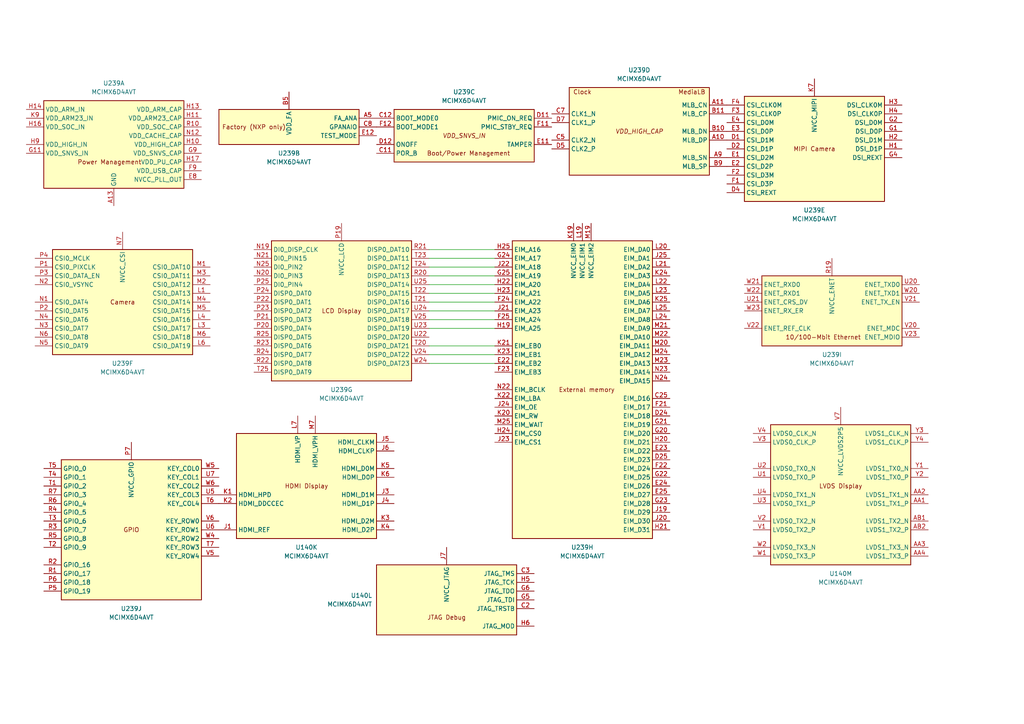
<source format=kicad_sch>
(kicad_sch (version 20250114) (generator "eeschema") (generator_version "9.0")
  (paper "A4")
  (wire (pts (xy 143.51 87.63) (xy 124.46 87.63)))
  (wire (pts (xy 143.51 82.55) (xy 124.46 82.55)))
  (wire (pts (xy 143.51 100.33) (xy 124.46 100.33)))
  (wire (pts (xy 143.51 92.71) (xy 124.46 92.71)))
  (wire (pts (xy 143.51 90.17) (xy 124.46 90.17)))
  (wire (pts (xy 143.51 74.93) (xy 124.46 74.93)))
  (wire (pts (xy 143.51 95.25) (xy 124.46 95.25)))
  (wire (pts (xy 143.51 80.01) (xy 124.46 80.01)))
  (wire (pts (xy 143.51 72.39) (xy 124.46 72.39)))
  (wire (pts (xy 143.51 105.41) (xy 124.46 105.41)))
  (wire (pts (xy 143.51 77.47) (xy 124.46 77.47)))
  (wire (pts (xy 143.51 102.87) (xy 124.46 102.87)))
  (wire (pts (xy 143.51 85.09) (xy 124.46 85.09)))
  (symbol (lib_id "CPU_NXP_IMX:MCIMX6D4AVT") (at 185.42 38.1 0) (unit 4)
    (property "Reference" "U239" (at 185.42 20.32 0))
    (property "Value" "MCIMX6D4AVT" (at 185.42 22.86 0))
    (property "Footprint" "Package_BGA:BGA-624_21x21mm_Layout25x25_P0.8mm" (effects (hide yes)))
    (property "Datasheet" "https://www.nxp.com/docs/en/data-sheet/IMX6DQAEC.pdf" (effects (hide yes)))
    (property "Description" "i.MX 6Dual Automotive and Infotainment Application Processor, BGA-624" (effects (hide yes)))
  )
  (symbol (lib_id "CPU_NXP_IMX:MCIMX6D4AVT") (at 99.06 90.17 0) (unit 7)
    (property "Reference" "U239" (at 99.06 113.03 0))
    (property "Value" "MCIMX6D4AVT" (at 99.06 115.57 0))
    (property "Footprint" "Package_BGA:BGA-624_21x21mm_Layout25x25_P0.8mm" (effects (hide yes)))
    (property "Datasheet" "https://www.nxp.com/docs/en/data-sheet/IMX6DQAEC.pdf" (effects (hide yes)))
    (property "Description" "i.MX 6Dual Automotive and Infotainment Application Processor, BGA-624" (effects (hide yes)))
  )
  (symbol (lib_id "CPU_NXP_IMX:MCIMX6D4AVT") (at 83.82 36.83 0) (unit 2)
    (property "Reference" "U239" (at 83.82 44.45 0))
    (property "Value" "MCIMX6D4AVT" (at 83.82 46.99 0))
    (property "Footprint" "Package_BGA:BGA-624_21x21mm_Layout25x25_P0.8mm" (effects (hide yes)))
    (property "Datasheet" "https://www.nxp.com/docs/en/data-sheet/IMX6DQAEC.pdf" (effects (hide yes)))
    (property "Description" "i.MX 6Dual Automotive and Infotainment Application Processor, BGA-624" (effects (hide yes)))
  )
  (symbol (lib_id "CPU_NXP_IMX:MCIMX6D4AVT") (at 243.84 143.51 0) (unit 13)
    (property "Reference" "U140" (at 243.84 166.37 0))
    (property "Value" "MCIMX6D4AVT" (at 243.84 168.91 0))
    (property "Footprint" "Package_BGA:BGA-624_21x21mm_Layout25x25_P0.8mm" (effects (hide yes)))
    (property "Datasheet" "https://www.nxp.com/docs/en/data-sheet/IMX6DQAEC.pdf" (effects (hide yes)))
    (property "Description" "i.MX 6Dual Automotive and Infotainment Application Processor, BGA-624" (effects (hide yes)))
  )
  (symbol (lib_id "CPU_NXP_IMX:MCIMX6D4AVT") (at 134.62 39.37 0) (unit 3)
    (property "Reference" "U239" (at 134.62 26.67 0))
    (property "Value" "MCIMX6D4AVT" (at 134.62 29.21 0))
    (property "Footprint" "Package_BGA:BGA-624_21x21mm_Layout25x25_P0.8mm" (effects (hide yes)))
    (property "Datasheet" "https://www.nxp.com/docs/en/data-sheet/IMX6DQAEC.pdf" (effects (hide yes)))
    (property "Description" "i.MX 6Dual Automotive and Infotainment Application Processor, BGA-624" (effects (hide yes)))
  )
  (symbol (lib_id "CPU_NXP_IMX:MCIMX6D4AVT") (at 88.9 140.97 0) (unit 11)
    (property "Reference" "U140" (at 88.9 158.75 0))
    (property "Value" "MCIMX6D4AVT" (at 88.9 161.29 0))
    (property "Footprint" "Package_BGA:BGA-624_21x21mm_Layout25x25_P0.8mm" (effects (hide yes)))
    (property "Datasheet" "https://www.nxp.com/docs/en/data-sheet/IMX6DQAEC.pdf" (effects (hide yes)))
    (property "Description" "i.MX 6Dual Automotive and Infotainment Application Processor, BGA-624" (effects (hide yes)))
  )
  (symbol (lib_id "CPU_NXP_IMX:MCIMX6D4AVT") (at 168.91 113.03 0) (unit 8)
    (property "Reference" "U239" (at 168.91 158.75 0))
    (property "Value" "MCIMX6D4AVT" (at 168.91 161.29 0))
    (property "Footprint" "Package_BGA:BGA-624_21x21mm_Layout25x25_P0.8mm" (effects (hide yes)))
    (property "Datasheet" "https://www.nxp.com/docs/en/data-sheet/IMX6DQAEC.pdf" (effects (hide yes)))
    (property "Description" "i.MX 6Dual Automotive and Infotainment Application Processor, BGA-624" (effects (hide yes)))
  )
  (symbol (lib_id "CPU_NXP_IMX:MCIMX6D4AVT") (at 33.02 41.91 0) (unit 1)
    (property "Reference" "U239" (at 33.02 24.13 0))
    (property "Value" "MCIMX6D4AVT" (at 33.02 26.67 0))
    (property "Footprint" "Package_BGA:BGA-624_21x21mm_Layout25x25_P0.8mm" (effects (hide yes)))
    (property "Datasheet" "https://www.nxp.com/docs/en/data-sheet/IMX6DQAEC.pdf" (effects (hide yes)))
    (property "Description" "i.MX 6Dual Automotive and Infotainment Application Processor, BGA-624" (effects (hide yes)))
  )
  (symbol (lib_id "CPU_NXP_IMX:MCIMX6D4AVT") (at 35.56 87.63 0) (unit 6)
    (property "Reference" "U239" (at 35.56 105.41 0))
    (property "Value" "MCIMX6D4AVT" (at 35.56 107.95 0))
    (property "Footprint" "Package_BGA:BGA-624_21x21mm_Layout25x25_P0.8mm" (effects (hide yes)))
    (property "Datasheet" "https://www.nxp.com/docs/en/data-sheet/IMX6DQAEC.pdf" (effects (hide yes)))
    (property "Description" "i.MX 6Dual Automotive and Infotainment Application Processor, BGA-624" (effects (hide yes)))
  )
  (symbol (lib_id "CPU_NXP_IMX:MCIMX6D4AVT") (at 38.1 153.67 0) (unit 10)
    (property "Reference" "U239" (at 38.1 176.53 0))
    (property "Value" "MCIMX6D4AVT" (at 38.1 179.07 0))
    (property "Footprint" "Package_BGA:BGA-624_21x21mm_Layout25x25_P0.8mm" (effects (hide yes)))
    (property "Datasheet" "https://www.nxp.com/docs/en/data-sheet/IMX6DQAEC.pdf" (effects (hide yes)))
    (property "Description" "i.MX 6Dual Automotive and Infotainment Application Processor, BGA-624" (effects (hide yes)))
  )
  (symbol (lib_id "CPU_NXP_IMX:MCIMX6D4AVT") (at 236.22 43.18 0) (unit 5)
    (property "Reference" "U239" (at 236.22 60.96 0))
    (property "Value" "MCIMX6D4AVT" (at 236.22 63.5 0))
    (property "Footprint" "Package_BGA:BGA-624_21x21mm_Layout25x25_P0.8mm" (effects (hide yes)))
    (property "Datasheet" "https://www.nxp.com/docs/en/data-sheet/IMX6DQAEC.pdf" (effects (hide yes)))
    (property "Description" "i.MX 6Dual Automotive and Infotainment Application Processor, BGA-624" (effects (hide yes)))
  )
  (symbol (lib_id "CPU_NXP_IMX:MCIMX6D4AVT") (at 129.54 173.99 0) (unit 12)
    (property "Reference" "U140" (at 107.95 172.7199 0) (effects (justify right)))
    (property "Value" "MCIMX6D4AVT" (at 107.95 175.2599 0) (effects (justify right)))
    (property "Footprint" "Package_BGA:BGA-624_21x21mm_Layout25x25_P0.8mm" (effects (hide yes)))
    (property "Datasheet" "https://www.nxp.com/docs/en/data-sheet/IMX6DQAEC.pdf" (effects (hide yes)))
    (property "Description" "i.MX 6Dual Automotive and Infotainment Application Processor, BGA-624" (effects (hide yes)))
  )
  (symbol (lib_id "CPU_NXP_IMX:MCIMX6D4AVT") (at 241.3 90.17 0) (unit 9)
    (property "Reference" "U239" (at 241.3 102.87 0))
    (property "Value" "MCIMX6D4AVT" (at 241.3 105.41 0))
    (property "Footprint" "Package_BGA:BGA-624_21x21mm_Layout25x25_P0.8mm" (effects (hide yes)))
    (property "Datasheet" "https://www.nxp.com/docs/en/data-sheet/IMX6DQAEC.pdf" (effects (hide yes)))
    (property "Description" "i.MX 6Dual Automotive and Infotainment Application Processor, BGA-624" (effects (hide yes)))
  )
)
</source>
